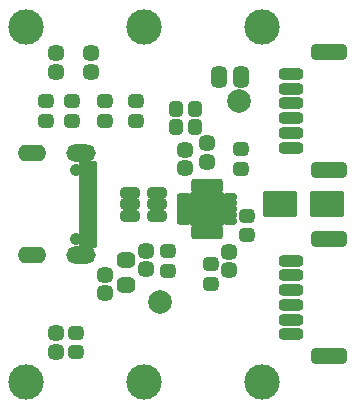
<source format=gbr>
%TF.GenerationSoftware,KiCad,Pcbnew,7.0.7-7.0.7~ubuntu23.04.1*%
%TF.CreationDate,2023-09-20T23:32:56+00:00*%
%TF.ProjectId,TFUSBSERIAL01,54465553-4253-4455-9249-414c30312e6b,REV*%
%TF.SameCoordinates,Original*%
%TF.FileFunction,Soldermask,Bot*%
%TF.FilePolarity,Negative*%
%FSLAX46Y46*%
G04 Gerber Fmt 4.6, Leading zero omitted, Abs format (unit mm)*
G04 Created by KiCad (PCBNEW 7.0.7-7.0.7~ubuntu23.04.1) date 2023-09-20 23:32:56*
%MOMM*%
%LPD*%
G01*
G04 APERTURE LIST*
G04 Aperture macros list*
%AMRoundRect*
0 Rectangle with rounded corners*
0 $1 Rounding radius*
0 $2 $3 $4 $5 $6 $7 $8 $9 X,Y pos of 4 corners*
0 Add a 4 corners polygon primitive as box body*
4,1,4,$2,$3,$4,$5,$6,$7,$8,$9,$2,$3,0*
0 Add four circle primitives for the rounded corners*
1,1,$1+$1,$2,$3*
1,1,$1+$1,$4,$5*
1,1,$1+$1,$6,$7*
1,1,$1+$1,$8,$9*
0 Add four rect primitives between the rounded corners*
20,1,$1+$1,$2,$3,$4,$5,0*
20,1,$1+$1,$4,$5,$6,$7,0*
20,1,$1+$1,$6,$7,$8,$9,0*
20,1,$1+$1,$8,$9,$2,$3,0*%
G04 Aperture macros list end*
%ADD10C,3.000000*%
%ADD11RoundRect,0.200000X-1.250000X-0.900000X1.250000X-0.900000X1.250000X0.900000X-1.250000X0.900000X0*%
%ADD12RoundRect,0.418750X0.256250X-0.218750X0.256250X0.218750X-0.256250X0.218750X-0.256250X-0.218750X0*%
%ADD13RoundRect,0.425000X-0.250000X0.225000X-0.250000X-0.225000X0.250000X-0.225000X0.250000X0.225000X0*%
%ADD14RoundRect,0.400000X-0.275000X0.200000X-0.275000X-0.200000X0.275000X-0.200000X0.275000X0.200000X0*%
%ADD15RoundRect,0.425000X0.250000X-0.225000X0.250000X0.225000X-0.250000X0.225000X-0.250000X-0.225000X0*%
%ADD16RoundRect,0.400000X0.275000X-0.200000X0.275000X0.200000X-0.275000X0.200000X-0.275000X-0.200000X0*%
%ADD17RoundRect,0.418750X-0.381250X0.218750X-0.381250X-0.218750X0.381250X-0.218750X0.381250X0.218750X0*%
%ADD18RoundRect,0.350000X-0.700000X0.150000X-0.700000X-0.150000X0.700000X-0.150000X0.700000X0.150000X0*%
%ADD19RoundRect,0.450000X-1.100000X0.250000X-1.100000X-0.250000X1.100000X-0.250000X1.100000X0.250000X0*%
%ADD20RoundRect,0.262500X0.062500X-0.350000X0.062500X0.350000X-0.062500X0.350000X-0.062500X-0.350000X0*%
%ADD21RoundRect,0.262500X0.350000X-0.062500X0.350000X0.062500X-0.350000X0.062500X-0.350000X-0.062500X0*%
%ADD22RoundRect,0.200000X1.250000X-1.250000X1.250000X1.250000X-1.250000X1.250000X-1.250000X-1.250000X0*%
%ADD23C,1.050000*%
%ADD24RoundRect,0.200000X0.575000X-0.300000X0.575000X0.300000X-0.575000X0.300000X-0.575000X-0.300000X0*%
%ADD25RoundRect,0.200000X0.575000X-0.150000X0.575000X0.150000X-0.575000X0.150000X-0.575000X-0.150000X0*%
%ADD26O,2.400000X1.400000*%
%ADD27O,2.500000X1.450000*%
%ADD28RoundRect,0.350000X0.512500X0.150000X-0.512500X0.150000X-0.512500X-0.150000X0.512500X-0.150000X0*%
%ADD29RoundRect,0.443750X-0.243750X-0.456250X0.243750X-0.456250X0.243750X0.456250X-0.243750X0.456250X0*%
%ADD30RoundRect,0.400000X-0.200000X-0.275000X0.200000X-0.275000X0.200000X0.275000X-0.200000X0.275000X0*%
%ADD31C,2.000000*%
%ADD32RoundRect,0.400000X0.200000X0.275000X-0.200000X0.275000X-0.200000X-0.275000X0.200000X-0.275000X0*%
G04 APERTURE END LIST*
D10*
%TO.C,M6*%
X148094000Y-85317000D03*
%TD*%
%TO.C,M2*%
X158094000Y-115317000D03*
%TD*%
%TO.C,M1*%
X138094000Y-115317000D03*
%TD*%
%TO.C,M5*%
X158094000Y-85317000D03*
%TD*%
%TO.C,M4*%
X148094000Y-115317000D03*
%TD*%
%TO.C,M3*%
X138094000Y-85317000D03*
%TD*%
D11*
%TO.C,D1*%
X159600000Y-100300000D03*
X163600000Y-100300000D03*
%TD*%
D12*
%TO.C,D3*%
X140594000Y-89104500D03*
X140594000Y-87529500D03*
%TD*%
D13*
%TO.C,C5*%
X155300000Y-104325000D03*
X155300000Y-105875000D03*
%TD*%
D12*
%TO.C,D4*%
X140600000Y-112787500D03*
X140600000Y-111212500D03*
%TD*%
D14*
%TO.C,R5*%
X147405000Y-91568000D03*
X147405000Y-93218000D03*
%TD*%
%TO.C,R6*%
X144738000Y-91569000D03*
X144738000Y-93219000D03*
%TD*%
D15*
%TO.C,C2*%
X151500000Y-97275000D03*
X151500000Y-95725000D03*
%TD*%
D16*
%TO.C,R7*%
X142300000Y-112850000D03*
X142300000Y-111200000D03*
%TD*%
D17*
%TO.C,FB1*%
X146516000Y-105037500D03*
X146516000Y-107162500D03*
%TD*%
D18*
%TO.C,J2*%
X160541000Y-89275000D03*
X160541000Y-90525000D03*
X160541000Y-91775000D03*
X160541000Y-93025000D03*
X160541000Y-94275000D03*
X160541000Y-95525000D03*
D19*
X163741000Y-87425000D03*
X163741000Y-97375000D03*
%TD*%
D20*
%TO.C,U2*%
X154400000Y-102637500D03*
X153900000Y-102637500D03*
X153400000Y-102637500D03*
X152900000Y-102637500D03*
X152400000Y-102637500D03*
D21*
X151462500Y-101700000D03*
X151462500Y-101200000D03*
X151462500Y-100700000D03*
X151462500Y-100200000D03*
X151462500Y-99700000D03*
D20*
X152400000Y-98762500D03*
X152900000Y-98762500D03*
X153400000Y-98762500D03*
X153900000Y-98762500D03*
X154400000Y-98762500D03*
D21*
X155337500Y-99700000D03*
X155337500Y-100200000D03*
X155337500Y-100700000D03*
X155337500Y-101200000D03*
X155337500Y-101700000D03*
D22*
X153400000Y-100700000D03*
%TD*%
D14*
%TO.C,R9*%
X153700000Y-105375000D03*
X153700000Y-107025000D03*
%TD*%
D16*
%TO.C,R2*%
X141944000Y-93218000D03*
X141944000Y-91568000D03*
%TD*%
D15*
%TO.C,C1*%
X148200000Y-105800000D03*
X148200000Y-104250000D03*
%TD*%
%TO.C,C3*%
X144800000Y-107850000D03*
X144800000Y-106300000D03*
%TD*%
D23*
%TO.C,J1*%
X142271200Y-103207000D03*
X142271200Y-97427000D03*
D24*
X143346200Y-103517000D03*
X143346200Y-102717000D03*
D25*
X143346200Y-101567000D03*
X143346200Y-100567000D03*
X143346200Y-100067000D03*
X143346200Y-99067000D03*
D24*
X143346200Y-97117000D03*
X143346200Y-97917000D03*
D25*
X143346200Y-98567000D03*
X143346200Y-99567000D03*
X143346200Y-101067000D03*
X143346200Y-102067000D03*
D26*
X138591200Y-104637000D03*
X138591200Y-95997000D03*
D27*
X142771200Y-104637000D03*
X142771200Y-95997000D03*
%TD*%
D28*
%TO.C,U1*%
X149175000Y-99367000D03*
X149175000Y-100317000D03*
X149175000Y-101267000D03*
X146900000Y-101267000D03*
X146900000Y-100317000D03*
X146900000Y-99367000D03*
%TD*%
D29*
%TO.C,F1*%
X154425000Y-89500000D03*
X156300000Y-89500000D03*
%TD*%
D14*
%TO.C,R10*%
X156800000Y-101300000D03*
X156800000Y-102950000D03*
%TD*%
D16*
%TO.C,R1*%
X139785000Y-93218000D03*
X139785000Y-91568000D03*
%TD*%
D14*
%TO.C,R11*%
X150100000Y-104300000D03*
X150100000Y-105950000D03*
%TD*%
D15*
%TO.C,C4*%
X153400000Y-96700000D03*
X153400000Y-95150000D03*
%TD*%
D30*
%TO.C,R3*%
X150771000Y-93800000D03*
X152421000Y-93800000D03*
%TD*%
D12*
%TO.C,D2*%
X143594000Y-89104500D03*
X143594000Y-87529500D03*
%TD*%
D16*
%TO.C,R8*%
X156300000Y-97300000D03*
X156300000Y-95650000D03*
%TD*%
D18*
%TO.C,J3*%
X160541000Y-105075000D03*
X160541000Y-106325000D03*
X160541000Y-107575000D03*
X160541000Y-108825000D03*
X160541000Y-110075000D03*
X160541000Y-111325000D03*
D19*
X163741000Y-103225000D03*
X163741000Y-113175000D03*
%TD*%
D31*
%TO.C,FID1*%
X149400000Y-108600000D03*
%TD*%
D32*
%TO.C,R4*%
X152421000Y-92203000D03*
X150771000Y-92203000D03*
%TD*%
D31*
%TO.C,FID2*%
X156100000Y-91600000D03*
%TD*%
M02*

</source>
